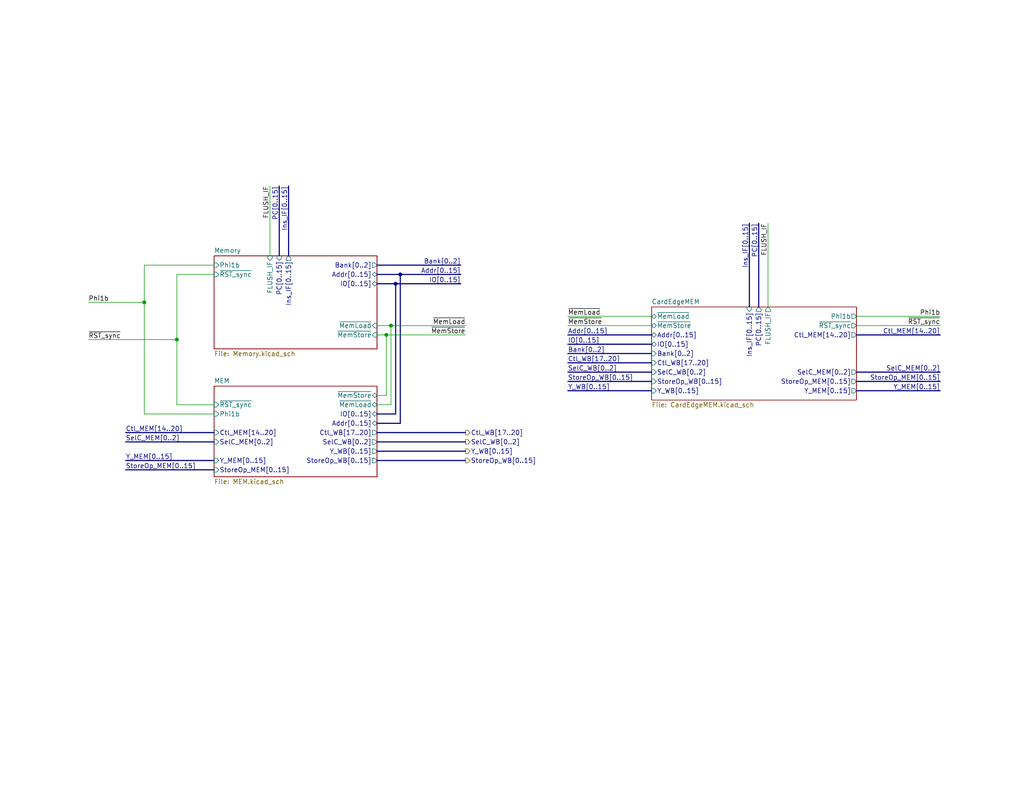
<source format=kicad_sch>
(kicad_sch
	(version 20250114)
	(generator "eeschema")
	(generator_version "9.0")
	(uuid "0734fc7f-a6cc-4e6e-9f39-47607536bc96")
	(paper "USLetter")
	(title_block
		(date "2025-07-01")
		(rev "A")
	)
	(lib_symbols)
	(junction
		(at 48.26 92.71)
		(diameter 0)
		(color 0 0 0 0)
		(uuid "3f7eb414-d903-4bd3-be05-ed63fe51117d")
	)
	(junction
		(at 106.68 88.9)
		(diameter 0)
		(color 0 0 0 0)
		(uuid "44de6bfa-926e-4233-a118-da28a4ad4e76")
	)
	(junction
		(at 105.41 91.44)
		(diameter 0)
		(color 0 0 0 0)
		(uuid "5b9134b8-1fa5-49d5-84d3-8b258ad2cb2a")
	)
	(junction
		(at 109.22 74.93)
		(diameter 0)
		(color 0 0 0 0)
		(uuid "b839da36-dbb6-42ad-b2b3-7d5d04878a0c")
	)
	(junction
		(at 107.95 77.47)
		(diameter 0)
		(color 0 0 0 0)
		(uuid "e344f187-3615-4e5f-8900-81f5c1373a6a")
	)
	(junction
		(at 39.37 82.55)
		(diameter 0)
		(color 0 0 0 0)
		(uuid "ec9d34f4-17ed-4b10-936b-d7edde256ee5")
	)
	(bus
		(pts
			(xy 78.74 50.8) (xy 78.74 69.85)
		)
		(stroke
			(width 0)
			(type default)
		)
		(uuid "054cd838-8e2b-477b-8cc2-e4fd9ac74b45")
	)
	(bus
		(pts
			(xy 177.8 99.06) (xy 154.94 99.06)
		)
		(stroke
			(width 0)
			(type default)
		)
		(uuid "0b844819-ff67-43fa-9708-81dddb862402")
	)
	(wire
		(pts
			(xy 177.8 86.36) (xy 154.94 86.36)
		)
		(stroke
			(width 0)
			(type default)
		)
		(uuid "0d95965d-2fed-4bd9-884c-d1852159aa1d")
	)
	(wire
		(pts
			(xy 105.41 91.44) (xy 127 91.44)
		)
		(stroke
			(width 0)
			(type default)
		)
		(uuid "19eefb0e-ae2e-43c5-9f35-b81c25921e7b")
	)
	(bus
		(pts
			(xy 256.54 104.14) (xy 233.68 104.14)
		)
		(stroke
			(width 0)
			(type default)
		)
		(uuid "1e220a7f-c25b-443f-bf37-e7fd636ee74e")
	)
	(wire
		(pts
			(xy 39.37 72.39) (xy 58.42 72.39)
		)
		(stroke
			(width 0)
			(type default)
		)
		(uuid "2294d38f-8569-47dc-b1d0-542edef86c4b")
	)
	(wire
		(pts
			(xy 73.66 50.8) (xy 73.66 69.85)
		)
		(stroke
			(width 0)
			(type default)
		)
		(uuid "24353d67-7ab7-4561-a9de-d3eb31e9668b")
	)
	(wire
		(pts
			(xy 39.37 72.39) (xy 39.37 82.55)
		)
		(stroke
			(width 0)
			(type default)
		)
		(uuid "24c654ef-d2c6-454a-8184-ee40b0418862")
	)
	(wire
		(pts
			(xy 39.37 82.55) (xy 39.37 113.03)
		)
		(stroke
			(width 0)
			(type default)
		)
		(uuid "2675452a-a180-418a-9132-a85dbde0714b")
	)
	(bus
		(pts
			(xy 107.95 77.47) (xy 107.95 113.03)
		)
		(stroke
			(width 0)
			(type default)
		)
		(uuid "2a351bc3-bd96-431e-80b0-3499d3cb74ae")
	)
	(bus
		(pts
			(xy 177.8 101.6) (xy 154.94 101.6)
		)
		(stroke
			(width 0)
			(type default)
		)
		(uuid "2d418040-40a0-4dbe-87a7-a765f9e89c77")
	)
	(bus
		(pts
			(xy 102.87 74.93) (xy 109.22 74.93)
		)
		(stroke
			(width 0)
			(type default)
		)
		(uuid "2d62ef51-f715-4f09-9fe8-692848f2c08a")
	)
	(bus
		(pts
			(xy 256.54 91.44) (xy 233.68 91.44)
		)
		(stroke
			(width 0)
			(type default)
		)
		(uuid "3029857d-c7f9-4d6c-b95d-4ae6fb772c73")
	)
	(wire
		(pts
			(xy 177.8 88.9) (xy 154.94 88.9)
		)
		(stroke
			(width 0)
			(type default)
		)
		(uuid "31dc4f65-e876-42d0-a0fc-00a44a597528")
	)
	(wire
		(pts
			(xy 256.54 88.9) (xy 233.68 88.9)
		)
		(stroke
			(width 0)
			(type default)
		)
		(uuid "38fba7ab-4267-49cd-91cf-ac4bd49d355f")
	)
	(bus
		(pts
			(xy 177.8 96.52) (xy 154.94 96.52)
		)
		(stroke
			(width 0)
			(type default)
		)
		(uuid "39b9a3af-ef43-4248-b152-a6a5a349348f")
	)
	(bus
		(pts
			(xy 177.8 104.14) (xy 154.94 104.14)
		)
		(stroke
			(width 0)
			(type default)
		)
		(uuid "3b231032-6063-450c-926b-b6431e266699")
	)
	(bus
		(pts
			(xy 34.29 120.65) (xy 58.42 120.65)
		)
		(stroke
			(width 0)
			(type default)
		)
		(uuid "3ec7c199-5078-45d5-ad8a-1992fe478d11")
	)
	(wire
		(pts
			(xy 106.68 88.9) (xy 127 88.9)
		)
		(stroke
			(width 0)
			(type default)
		)
		(uuid "4fa6e3dc-40c9-411b-bac4-25d4bf0eebde")
	)
	(bus
		(pts
			(xy 177.8 93.98) (xy 154.94 93.98)
		)
		(stroke
			(width 0)
			(type default)
		)
		(uuid "58cee836-919d-4c16-9b62-57b9d51374d6")
	)
	(bus
		(pts
			(xy 102.87 123.19) (xy 127 123.19)
		)
		(stroke
			(width 0)
			(type default)
		)
		(uuid "5bd29fdb-1c5d-494a-81ba-036e973f47ea")
	)
	(bus
		(pts
			(xy 34.29 128.27) (xy 58.42 128.27)
		)
		(stroke
			(width 0)
			(type default)
		)
		(uuid "5c60a70f-e77d-494e-87a0-3a38215e32e4")
	)
	(bus
		(pts
			(xy 102.87 118.11) (xy 127 118.11)
		)
		(stroke
			(width 0)
			(type default)
		)
		(uuid "5c8f1947-ab28-4d45-b956-f15ac3958872")
	)
	(wire
		(pts
			(xy 256.54 86.36) (xy 233.68 86.36)
		)
		(stroke
			(width 0)
			(type default)
		)
		(uuid "646dbd51-c86a-4947-a67c-75e68e2e4934")
	)
	(wire
		(pts
			(xy 48.26 110.49) (xy 58.42 110.49)
		)
		(stroke
			(width 0)
			(type default)
		)
		(uuid "64f0c197-b7b0-4a84-8ef2-e5158345bcde")
	)
	(bus
		(pts
			(xy 76.2 50.8) (xy 76.2 69.85)
		)
		(stroke
			(width 0)
			(type default)
		)
		(uuid "7b67a520-0180-4875-8268-1d33651dfce9")
	)
	(wire
		(pts
			(xy 102.87 107.95) (xy 105.41 107.95)
		)
		(stroke
			(width 0)
			(type default)
		)
		(uuid "7ec1044a-67ec-44c9-bc9d-26b6c96a03a0")
	)
	(bus
		(pts
			(xy 102.87 115.57) (xy 109.22 115.57)
		)
		(stroke
			(width 0)
			(type default)
		)
		(uuid "8307039c-73aa-46ad-8bb7-b506e20e30a8")
	)
	(bus
		(pts
			(xy 34.29 118.11) (xy 58.42 118.11)
		)
		(stroke
			(width 0)
			(type default)
		)
		(uuid "91d14019-9f64-4bed-8b8a-83d400dac1c6")
	)
	(bus
		(pts
			(xy 177.8 106.68) (xy 154.94 106.68)
		)
		(stroke
			(width 0)
			(type default)
		)
		(uuid "a06ad2e5-7dcd-4ef0-bfcf-ed8309544364")
	)
	(bus
		(pts
			(xy 177.8 91.44) (xy 154.94 91.44)
		)
		(stroke
			(width 0)
			(type default)
		)
		(uuid "a0ab355a-dee1-4818-adf8-b3947ac524b7")
	)
	(wire
		(pts
			(xy 24.13 82.55) (xy 39.37 82.55)
		)
		(stroke
			(width 0)
			(type default)
		)
		(uuid "a833ccc4-ea16-46f4-a51a-a147a1fd3d01")
	)
	(bus
		(pts
			(xy 207.01 83.82) (xy 207.01 60.96)
		)
		(stroke
			(width 0)
			(type default)
		)
		(uuid "aac4bc66-e292-48ea-bcb8-41c86057dff6")
	)
	(wire
		(pts
			(xy 48.26 74.93) (xy 48.26 92.71)
		)
		(stroke
			(width 0)
			(type default)
		)
		(uuid "ac38f13b-e231-4008-b5ef-a59e5874d881")
	)
	(bus
		(pts
			(xy 256.54 106.68) (xy 233.68 106.68)
		)
		(stroke
			(width 0)
			(type default)
		)
		(uuid "afd8c6c3-c07d-4734-9004-8ece260a217d")
	)
	(bus
		(pts
			(xy 109.22 74.93) (xy 109.22 115.57)
		)
		(stroke
			(width 0)
			(type default)
		)
		(uuid "b31d4555-1237-4898-8e2d-e5bff52668db")
	)
	(wire
		(pts
			(xy 102.87 91.44) (xy 105.41 91.44)
		)
		(stroke
			(width 0)
			(type default)
		)
		(uuid "b41b783e-d1fc-4cc3-aa08-30e12866cf05")
	)
	(wire
		(pts
			(xy 102.87 110.49) (xy 106.68 110.49)
		)
		(stroke
			(width 0)
			(type default)
		)
		(uuid "bfaa08eb-e7b4-4c2b-a3f0-3ba8d203f86d")
	)
	(bus
		(pts
			(xy 204.47 83.82) (xy 204.47 60.96)
		)
		(stroke
			(width 0)
			(type default)
		)
		(uuid "c1118790-c876-4354-b264-0e8185bbeed7")
	)
	(bus
		(pts
			(xy 102.87 72.39) (xy 125.73 72.39)
		)
		(stroke
			(width 0)
			(type default)
		)
		(uuid "c1ca7643-ffc0-493b-887f-13465ed7ffc8")
	)
	(bus
		(pts
			(xy 107.95 77.47) (xy 125.73 77.47)
		)
		(stroke
			(width 0)
			(type default)
		)
		(uuid "c603b069-a373-423e-9dc0-33382be9d3b7")
	)
	(bus
		(pts
			(xy 256.54 101.6) (xy 233.68 101.6)
		)
		(stroke
			(width 0)
			(type default)
		)
		(uuid "c86dc85d-7506-408a-8a20-b140bfe264c7")
	)
	(bus
		(pts
			(xy 34.29 125.73) (xy 58.42 125.73)
		)
		(stroke
			(width 0)
			(type default)
		)
		(uuid "c94b2a10-cfe1-42d5-86d2-64425b62d085")
	)
	(bus
		(pts
			(xy 102.87 120.65) (xy 127 120.65)
		)
		(stroke
			(width 0)
			(type default)
		)
		(uuid "c95e7655-23a6-408d-af56-bf292f3a852c")
	)
	(wire
		(pts
			(xy 48.26 74.93) (xy 58.42 74.93)
		)
		(stroke
			(width 0)
			(type default)
		)
		(uuid "ceb84dd7-3113-4e06-b924-58ec8b398bb5")
	)
	(bus
		(pts
			(xy 102.87 77.47) (xy 107.95 77.47)
		)
		(stroke
			(width 0)
			(type default)
		)
		(uuid "d49a1dd8-dcf8-48e6-9c11-db9fd21c86c0")
	)
	(wire
		(pts
			(xy 105.41 91.44) (xy 105.41 107.95)
		)
		(stroke
			(width 0)
			(type default)
		)
		(uuid "db2f344a-bb0b-42cd-bb54-6805001ea296")
	)
	(wire
		(pts
			(xy 209.55 60.96) (xy 209.55 83.82)
		)
		(stroke
			(width 0)
			(type default)
		)
		(uuid "eaaf2262-6e42-4163-971f-9dc53bca5e83")
	)
	(wire
		(pts
			(xy 48.26 92.71) (xy 48.26 110.49)
		)
		(stroke
			(width 0)
			(type default)
		)
		(uuid "f04df3d3-978a-401c-8078-14a817d42052")
	)
	(wire
		(pts
			(xy 24.13 92.71) (xy 48.26 92.71)
		)
		(stroke
			(width 0)
			(type default)
		)
		(uuid "f1f53045-0470-4343-bb34-d9dae161c5d4")
	)
	(bus
		(pts
			(xy 102.87 113.03) (xy 107.95 113.03)
		)
		(stroke
			(width 0)
			(type default)
		)
		(uuid "f41bd780-5324-4242-bc17-2bad4fbcf8dd")
	)
	(bus
		(pts
			(xy 109.22 74.93) (xy 125.73 74.93)
		)
		(stroke
			(width 0)
			(type default)
		)
		(uuid "f59addf7-f572-425b-aa58-ed875de600d0")
	)
	(wire
		(pts
			(xy 106.68 88.9) (xy 106.68 110.49)
		)
		(stroke
			(width 0)
			(type default)
		)
		(uuid "fb6854d8-e77e-47f5-b217-f7a5b8cbe9c0")
	)
	(wire
		(pts
			(xy 39.37 113.03) (xy 58.42 113.03)
		)
		(stroke
			(width 0)
			(type default)
		)
		(uuid "fcb92abf-96cb-4b41-8daf-a857589e2a78")
	)
	(wire
		(pts
			(xy 102.87 88.9) (xy 106.68 88.9)
		)
		(stroke
			(width 0)
			(type default)
		)
		(uuid "fd7d7122-5d96-4f46-8820-d6a6faafc9a5")
	)
	(bus
		(pts
			(xy 102.87 125.73) (xy 127 125.73)
		)
		(stroke
			(width 0)
			(type default)
		)
		(uuid "ff243ade-c148-4e5b-b203-dabf04147b21")
	)
	(label "Ctl_MEM[14..20]"
		(at 256.54 91.44 180)
		(effects
			(font
				(size 1.27 1.27)
			)
			(justify right bottom)
		)
		(uuid "0bb46384-87a3-47e6-b423-a1481d9d8fda")
	)
	(label "FLUSH_IF"
		(at 73.66 50.8 270)
		(effects
			(font
				(size 1.27 1.27)
			)
			(justify right bottom)
		)
		(uuid "0cd737e6-4c5c-4917-ad75-f5f1e4006904")
	)
	(label "SelC_MEM[0..2]"
		(at 34.29 120.65 0)
		(effects
			(font
				(size 1.27 1.27)
			)
			(justify left bottom)
		)
		(uuid "1700fd30-3e95-4872-8aa4-deebef4579a5")
	)
	(label "~{MemLoad}"
		(at 154.94 86.36 0)
		(effects
			(font
				(size 1.27 1.27)
			)
			(justify left bottom)
		)
		(uuid "19f012bf-f1b3-4536-b274-0c41c41ce7e6")
	)
	(label "IO[0..15]"
		(at 125.73 77.47 180)
		(effects
			(font
				(size 1.27 1.27)
			)
			(justify right bottom)
		)
		(uuid "25f72159-68dd-4835-810b-16491f48af86")
	)
	(label "Y_MEM[0..15]"
		(at 34.29 125.73 0)
		(effects
			(font
				(size 1.27 1.27)
			)
			(justify left bottom)
		)
		(uuid "2b6c83ec-67b7-4cf8-9e76-94b8ee8e75b0")
	)
	(label "Y_MEM[0..15]"
		(at 256.54 106.68 180)
		(effects
			(font
				(size 1.27 1.27)
			)
			(justify right bottom)
		)
		(uuid "2c2cd5b2-13fa-4edd-a729-5a8bf9a80953")
	)
	(label "Y_WB[0..15]"
		(at 154.94 106.68 0)
		(effects
			(font
				(size 1.27 1.27)
			)
			(justify left bottom)
		)
		(uuid "40469fc2-cac1-4c45-b764-b82906a43cc8")
	)
	(label "Ctl_MEM[14..20]"
		(at 34.29 118.11 0)
		(effects
			(font
				(size 1.27 1.27)
			)
			(justify left bottom)
		)
		(uuid "43ef84bf-d119-4037-9bdb-f4f3fbb8c7f8")
	)
	(label "~{RST_sync}"
		(at 256.54 88.9 180)
		(effects
			(font
				(size 1.27 1.27)
			)
			(justify right bottom)
		)
		(uuid "442a4331-a8a8-47c4-a29d-cdf87d2ba873")
	)
	(label "PC[0..15]"
		(at 76.2 50.8 270)
		(effects
			(font
				(size 1.27 1.27)
			)
			(justify right bottom)
		)
		(uuid "4c0c82d8-8ec1-4c62-ab2e-00f8c0192e82")
	)
	(label "Phi1b"
		(at 256.54 86.36 180)
		(effects
			(font
				(size 1.27 1.27)
			)
			(justify right bottom)
		)
		(uuid "581d621b-6098-4067-a5f3-c883b08836e8")
	)
	(label "StoreOp_MEM[0..15]"
		(at 256.54 104.14 180)
		(effects
			(font
				(size 1.27 1.27)
			)
			(justify right bottom)
		)
		(uuid "62ada758-54c6-4906-82de-edba615f3321")
	)
	(label "SelC_MEM[0..2]"
		(at 256.54 101.6 180)
		(effects
			(font
				(size 1.27 1.27)
			)
			(justify right bottom)
		)
		(uuid "6435c91b-3fa0-4aef-af11-c884bec11ab7")
	)
	(label "~{MemStore}"
		(at 154.94 88.9 0)
		(effects
			(font
				(size 1.27 1.27)
			)
			(justify left bottom)
		)
		(uuid "67356ae9-4e88-408f-ab26-2315d73e51bc")
	)
	(label "Ctl_WB[17..20]"
		(at 154.94 99.06 0)
		(effects
			(font
				(size 1.27 1.27)
			)
			(justify left bottom)
		)
		(uuid "69793b82-9134-4b2b-802a-9030a9538d70")
	)
	(label "IO[0..15]"
		(at 154.94 93.98 0)
		(effects
			(font
				(size 1.27 1.27)
			)
			(justify left bottom)
		)
		(uuid "697a731d-8abf-4b12-bff8-991078fc3289")
	)
	(label "Phi1b"
		(at 24.13 82.55 0)
		(effects
			(font
				(size 1.27 1.27)
			)
			(justify left bottom)
		)
		(uuid "6c5bc657-9d8b-4c58-abb9-39498df34e74")
	)
	(label "StoreOp_WB[0..15]"
		(at 154.94 104.14 0)
		(effects
			(font
				(size 1.27 1.27)
			)
			(justify left bottom)
		)
		(uuid "7437066d-981a-4a78-822b-2e2cb07b2d68")
	)
	(label "Bank[0..2]"
		(at 125.73 72.39 180)
		(effects
			(font
				(size 1.27 1.27)
			)
			(justify right bottom)
		)
		(uuid "7864783f-4ffd-41c0-8eff-85d44f1e81dc")
	)
	(label "Addr[0..15]"
		(at 154.94 91.44 0)
		(effects
			(font
				(size 1.27 1.27)
			)
			(justify left bottom)
		)
		(uuid "7ef44ed8-9904-497f-8fc7-a2b4f904b418")
	)
	(label "Ins_IF[0..15]"
		(at 204.47 60.96 270)
		(effects
			(font
				(size 1.27 1.27)
			)
			(justify right bottom)
		)
		(uuid "89548b8e-4ba5-4e7a-b668-5aad240285c4")
	)
	(label "FLUSH_IF"
		(at 209.55 60.96 270)
		(effects
			(font
				(size 1.27 1.27)
			)
			(justify right bottom)
		)
		(uuid "8a300bb5-c16a-47e0-a85a-f16506516552")
	)
	(label "Bank[0..2]"
		(at 154.94 96.52 0)
		(effects
			(font
				(size 1.27 1.27)
			)
			(justify left bottom)
		)
		(uuid "8a71dbcc-3fe1-4a14-b54e-43946b817527")
	)
	(label "Ins_IF[0..15]"
		(at 78.74 50.8 270)
		(effects
			(font
				(size 1.27 1.27)
			)
			(justify right bottom)
		)
		(uuid "a481868e-aef1-4a87-9c49-9b755357379e")
	)
	(label "SelC_WB[0..2]"
		(at 154.94 101.6 0)
		(effects
			(font
				(size 1.27 1.27)
			)
			(justify left bottom)
		)
		(uuid "b22a9681-57d8-465b-856e-58b4be76fd9e")
	)
	(label "PC[0..15]"
		(at 207.01 60.96 270)
		(effects
			(font
				(size 1.27 1.27)
			)
			(justify right bottom)
		)
		(uuid "b518684d-be9b-4d82-b2c9-9ecd28bc92b3")
	)
	(label "~{MemLoad}"
		(at 127 88.9 180)
		(effects
			(font
				(size 1.27 1.27)
			)
			(justify right bottom)
		)
		(uuid "b7118e39-f1f4-47dd-b4a5-591f305872fc")
	)
	(label "Addr[0..15]"
		(at 125.73 74.93 180)
		(effects
			(font
				(size 1.27 1.27)
			)
			(justify right bottom)
		)
		(uuid "c0c87f7b-69f3-4a21-bf06-1f6bfa746c9f")
	)
	(label "StoreOp_MEM[0..15]"
		(at 34.29 128.27 0)
		(effects
			(font
				(size 1.27 1.27)
			)
			(justify left bottom)
		)
		(uuid "d3d66b7f-461f-4d96-8cfc-8923ab6cce9c")
	)
	(label "~{MemStore}"
		(at 127 91.44 180)
		(effects
			(font
				(size 1.27 1.27)
			)
			(justify right bottom)
		)
		(uuid "de194f08-d55c-4d5c-9de2-32173673c98a")
	)
	(label "~{RST_sync}"
		(at 24.13 92.71 0)
		(effects
			(font
				(size 1.27 1.27)
			)
			(justify left bottom)
		)
		(uuid "e955e9c1-2797-4263-bf39-adc1471047b1")
	)
	(hierarchical_label "StoreOp_WB[0..15]"
		(shape output)
		(at 127 125.73 0)
		(effects
			(font
				(size 1.27 1.27)
			)
			(justify left)
		)
		(uuid "5216d1f5-b399-4bf4-9c83-719c163669e9")
	)
	(hierarchical_label "SelC_WB[0..2]"
		(shape output)
		(at 127 120.65 0)
		(effects
			(font
				(size 1.27 1.27)
			)
			(justify left)
		)
		(uuid "7b303b9e-f043-4a14-8c2e-bad50b9ca764")
	)
	(hierarchical_label "Ctl_WB[17..20]"
		(shape output)
		(at 127 118.11 0)
		(effects
			(font
				(size 1.27 1.27)
			)
			(justify left)
		)
		(uuid "8f8780c0-c2a1-4860-8957-189d63bd9b6a")
	)
	(hierarchical_label "Y_WB[0..15]"
		(shape output)
		(at 127 123.19 0)
		(effects
			(font
				(size 1.27 1.27)
			)
			(justify left)
		)
		(uuid "e6bab09d-786e-4eb6-af99-8378bbe3da92")
	)
	(sheet
		(at 177.8 83.82)
		(size 55.88 25.4)
		(exclude_from_sim no)
		(in_bom yes)
		(on_board yes)
		(dnp no)
		(fields_autoplaced yes)
		(stroke
			(width 0.1524)
			(type solid)
		)
		(fill
			(color 0 0 0 0.0000)
		)
		(uuid "06b5b35b-2268-417a-b89f-d8ca03f45691")
		(property "Sheetname" "CardEdgeMEM"
			(at 177.8 83.1084 0)
			(effects
				(font
					(size 1.27 1.27)
				)
				(justify left bottom)
			)
		)
		(property "Sheetfile" "CardEdgeMEM.kicad_sch"
			(at 177.8 109.8046 0)
			(effects
				(font
					(size 1.27 1.27)
				)
				(justify left top)
			)
		)
		(pin "Addr[0..15]" tri_state
			(at 177.8 91.44 180)
			(uuid "3fd7f8b1-3939-40db-9e86-eede08b49026")
			(effects
				(font
					(size 1.27 1.27)
				)
				(justify left)
			)
		)
		(pin "Bank[0..2]" input
			(at 177.8 96.52 180)
			(uuid "2462567d-d0b0-460f-a663-e36c8001cb96")
			(effects
				(font
					(size 1.27 1.27)
				)
				(justify left)
			)
		)
		(pin "Ctl_MEM[14..20]" output
			(at 233.68 91.44 0)
			(uuid "9728d21a-d348-46ec-9eab-c55be1019074")
			(effects
				(font
					(size 1.27 1.27)
				)
				(justify right)
			)
		)
		(pin "Ctl_WB[17..20]" input
			(at 177.8 99.06 180)
			(uuid "4e0ffac5-6468-4258-a585-902c9d074ff8")
			(effects
				(font
					(size 1.27 1.27)
				)
				(justify left)
			)
		)
		(pin "FLUSH_IF" output
			(at 209.55 83.82 90)
			(uuid "d3d24506-1322-46e5-93f9-850d68d51c00")
			(effects
				(font
					(size 1.27 1.27)
				)
				(justify right)
			)
		)
		(pin "Ins_IF[0..15]" input
			(at 204.47 83.82 90)
			(uuid "0345948a-ea9e-46cb-895d-c440dd4925ae")
			(effects
				(font
					(size 1.27 1.27)
				)
				(justify right)
			)
		)
		(pin "IO[0..15]" tri_state
			(at 177.8 93.98 180)
			(uuid "5a609028-eafd-4fe4-8a72-89a75af91084")
			(effects
				(font
					(size 1.27 1.27)
				)
				(justify left)
			)
		)
		(pin "PC[0..15]" output
			(at 207.01 83.82 90)
			(uuid "552f662d-2358-469e-b868-d564d8ff789a")
			(effects
				(font
					(size 1.27 1.27)
				)
				(justify right)
			)
		)
		(pin "Phi1b" output
			(at 233.68 86.36 0)
			(uuid "350f1395-803a-4b1d-ae23-a2b3c3cf056a")
			(effects
				(font
					(size 1.27 1.27)
				)
				(justify right)
			)
		)
		(pin "SelC_MEM[0..2]" output
			(at 233.68 101.6 0)
			(uuid "d5e35511-aae1-4d7e-8afd-941b4c131c4d")
			(effects
				(font
					(size 1.27 1.27)
				)
				(justify right)
			)
		)
		(pin "SelC_WB[0..2]" input
			(at 177.8 101.6 180)
			(uuid "ff43b4ae-b5c3-4f3f-ada6-c8eeba3509ca")
			(effects
				(font
					(size 1.27 1.27)
				)
				(justify left)
			)
		)
		(pin "StoreOp_MEM[0..15]" output
			(at 233.68 104.14 0)
			(uuid "7bb56c59-8855-4538-9097-e67752593412")
			(effects
				(font
					(size 1.27 1.27)
				)
				(justify right)
			)
		)
		(pin "StoreOp_WB[0..15]" input
			(at 177.8 104.14 180)
			(uuid "e085e86e-31be-45da-852c-f6ed376f5b61")
			(effects
				(font
					(size 1.27 1.27)
				)
				(justify left)
			)
		)
		(pin "Y_MEM[0..15]" output
			(at 233.68 106.68 0)
			(uuid "e9b8d255-04e1-45ea-a7c3-3e77bd9b5595")
			(effects
				(font
					(size 1.27 1.27)
				)
				(justify right)
			)
		)
		(pin "Y_WB[0..15]" input
			(at 177.8 106.68 180)
			(uuid "02136bc2-7cfb-4635-bec2-b93a59560cfb")
			(effects
				(font
					(size 1.27 1.27)
				)
				(justify left)
			)
		)
		(pin "~{MemLoad}" tri_state
			(at 177.8 86.36 180)
			(uuid "7ca6c019-1209-4c29-85ef-38ed481ea2ef")
			(effects
				(font
					(size 1.27 1.27)
				)
				(justify left)
			)
		)
		(pin "~{MemStore}" tri_state
			(at 177.8 88.9 180)
			(uuid "f1ed85a0-d136-4c88-a7eb-aab62b49228e")
			(effects
				(font
					(size 1.27 1.27)
				)
				(justify left)
			)
		)
		(pin "~{RST_sync}" output
			(at 233.68 88.9 0)
			(uuid "af18782d-b45b-4f64-8c3f-b20179b10a69")
			(effects
				(font
					(size 1.27 1.27)
				)
				(justify right)
			)
		)
		(instances
			(project "MEMModule"
				(path "/0734fc7f-a6cc-4e6e-9f39-47607536bc96"
					(page "12")
				)
			)
		)
	)
	(sheet
		(at 58.42 69.85)
		(size 44.45 25.4)
		(exclude_from_sim no)
		(in_bom yes)
		(on_board yes)
		(dnp no)
		(fields_autoplaced yes)
		(stroke
			(width 0.1524)
			(type solid)
		)
		(fill
			(color 0 0 0 0.0000)
		)
		(uuid "abd747a2-d45e-4808-b0cb-3286e9a29151")
		(property "Sheetname" "Memory"
			(at 58.42 69.1384 0)
			(effects
				(font
					(size 1.27 1.27)
				)
				(justify left bottom)
			)
		)
		(property "Sheetfile" "Memory.kicad_sch"
			(at 58.42 95.8346 0)
			(effects
				(font
					(size 1.27 1.27)
				)
				(justify left top)
			)
		)
		(pin "IO[0..15]" tri_state
			(at 102.87 77.47 0)
			(uuid "2371e4cd-e406-42b7-8683-4ba9ccde79fc")
			(effects
				(font
					(size 1.27 1.27)
				)
				(justify right)
			)
		)
		(pin "PC[0..15]" input
			(at 76.2 69.85 90)
			(uuid "bb9b81b6-a226-4f74-a680-e16d893f729f")
			(effects
				(font
					(size 1.27 1.27)
				)
				(justify right)
			)
		)
		(pin "Addr[0..15]" tri_state
			(at 102.87 74.93 0)
			(uuid "29c6633e-0132-4e56-ab39-788cfdb83a32")
			(effects
				(font
					(size 1.27 1.27)
				)
				(justify right)
			)
		)
		(pin "Ins_IF[0..15]" output
			(at 78.74 69.85 90)
			(uuid "0c407dc8-a8fd-4c84-af6f-ea2f30f810fc")
			(effects
				(font
					(size 1.27 1.27)
				)
				(justify right)
			)
		)
		(pin "~{MemLoad}" input
			(at 102.87 88.9 0)
			(uuid "68fdb94b-9b40-40a9-9368-a6db5f929004")
			(effects
				(font
					(size 1.27 1.27)
				)
				(justify right)
			)
		)
		(pin "~{MemStore}" input
			(at 102.87 91.44 0)
			(uuid "15b276e3-1c37-44d2-bc75-cd76aee474f3")
			(effects
				(font
					(size 1.27 1.27)
				)
				(justify right)
			)
		)
		(pin "Bank[0..2]" output
			(at 102.87 72.39 0)
			(uuid "cbc9f694-4b65-456d-ac83-015d447201fd")
			(effects
				(font
					(size 1.27 1.27)
				)
				(justify right)
			)
		)
		(pin "Phi1b" input
			(at 58.42 72.39 180)
			(uuid "6dbd2985-8e15-4434-bf16-3d82e00367d8")
			(effects
				(font
					(size 1.27 1.27)
				)
				(justify left)
			)
		)
		(pin "~{RST_sync}" input
			(at 58.42 74.93 180)
			(uuid "02143ec0-1ac9-431a-ad67-bb26d513cd73")
			(effects
				(font
					(size 1.27 1.27)
				)
				(justify left)
			)
		)
		(pin "FLUSH_IF" input
			(at 73.66 69.85 90)
			(uuid "97852a36-ce5f-468a-8c61-d757c6aabd0e")
			(effects
				(font
					(size 1.27 1.27)
				)
				(justify right)
			)
		)
		(instances
			(project "MainBoard"
				(path "/83c5181e-f5ee-453c-ae5c-d7256ba8837d/278b84b0-d28f-4248-8f63-f89f14b1dc97"
					(page "15")
				)
			)
			(project "MEMModule"
				(path "/0734fc7f-a6cc-4e6e-9f39-47607536bc96"
					(page "2")
				)
			)
		)
	)
	(sheet
		(at 58.42 105.41)
		(size 44.45 24.765)
		(exclude_from_sim no)
		(in_bom yes)
		(on_board yes)
		(dnp no)
		(fields_autoplaced yes)
		(stroke
			(width 0)
			(type solid)
		)
		(fill
			(color 0 0 0 0.0000)
		)
		(uuid "f77653f6-20ed-4160-b6ab-9e3d62667a68")
		(property "Sheetname" "MEM"
			(at 58.42 104.6984 0)
			(effects
				(font
					(size 1.27 1.27)
				)
				(justify left bottom)
			)
		)
		(property "Sheetfile" "MEM.kicad_sch"
			(at 58.42 130.7596 0)
			(effects
				(font
					(size 1.27 1.27)
				)
				(justify left top)
			)
		)
		(pin "StoreOp_MEM[0..15]" input
			(at 58.42 128.27 180)
			(uuid "2017fe4d-0e35-4ba7-b4da-ff958f6bad63")
			(effects
				(font
					(size 1.27 1.27)
				)
				(justify left)
			)
		)
		(pin "StoreOp_WB[0..15]" output
			(at 102.87 125.73 0)
			(uuid "d1f1362d-d7f8-4634-b15d-caa9c4e2be2d")
			(effects
				(font
					(size 1.27 1.27)
				)
				(justify right)
			)
		)
		(pin "Y_MEM[0..15]" input
			(at 58.42 125.73 180)
			(uuid "7dbb6003-397d-486d-ab79-e3794b4992c2")
			(effects
				(font
					(size 1.27 1.27)
				)
				(justify left)
			)
		)
		(pin "Ctl_MEM[14..20]" input
			(at 58.42 118.11 180)
			(uuid "6aec4829-18ce-4b7a-aa63-7417bcac690f")
			(effects
				(font
					(size 1.27 1.27)
				)
				(justify left)
			)
		)
		(pin "~{MemStore}" tri_state
			(at 102.87 107.95 0)
			(uuid "be3343a2-17e2-4eb8-8bf4-aac95bca042d")
			(effects
				(font
					(size 1.27 1.27)
				)
				(justify right)
			)
		)
		(pin "~{MemLoad}" tri_state
			(at 102.87 110.49 0)
			(uuid "6245f2d5-d13d-4cb0-b7c1-b2528e548107")
			(effects
				(font
					(size 1.27 1.27)
				)
				(justify right)
			)
		)
		(pin "IO[0..15]" tri_state
			(at 102.87 113.03 0)
			(uuid "ee651b05-7ddd-4833-96b1-b2338ee7451c")
			(effects
				(font
					(size 1.27 1.27)
				)
				(justify right)
			)
		)
		(pin "Addr[0..15]" tri_state
			(at 102.87 115.57 0)
			(uuid "d09c5fb2-cd26-4877-9f41-e67512d22c1f")
			(effects
				(font
					(size 1.27 1.27)
				)
				(justify right)
			)
		)
		(pin "SelC_WB[0..2]" output
			(at 102.87 120.65 0)
			(uuid "6ee8264f-89f7-43a8-a514-bd03688c4caa")
			(effects
				(font
					(size 1.27 1.27)
				)
				(justify right)
			)
		)
		(pin "SelC_MEM[0..2]" input
			(at 58.42 120.65 180)
			(uuid "4651d327-e54a-4f5e-9737-e039cfde0270")
			(effects
				(font
					(size 1.27 1.27)
				)
				(justify left)
			)
		)
		(pin "Ctl_WB[17..20]" output
			(at 102.87 118.11 0)
			(uuid "e8d2579d-c9e3-4f94-9eae-a9ddfc915fd5")
			(effects
				(font
					(size 1.27 1.27)
				)
				(justify right)
			)
		)
		(pin "Y_WB[0..15]" output
			(at 102.87 123.19 0)
			(uuid "801e6c14-99c8-49ef-9838-c8b80431662d")
			(effects
				(font
					(size 1.27 1.27)
				)
				(justify right)
			)
		)
		(pin "~{RST_sync}" input
			(at 58.42 110.49 180)
			(uuid "b02be13f-fa2b-4499-a2eb-a212ab1ffb93")
			(effects
				(font
					(size 1.27 1.27)
				)
				(justify left)
			)
		)
		(pin "Phi1b" input
			(at 58.42 113.03 180)
			(uuid "781b23da-5b92-4a83-8a02-15cd0244000d")
			(effects
				(font
					(size 1.27 1.27)
				)
				(justify left)
			)
		)
		(instances
			(project "MainBoard"
				(path "/83c5181e-f5ee-453c-ae5c-d7256ba8837d/278b84b0-d28f-4248-8f63-f89f14b1dc97"
					(page "2")
				)
			)
			(project "MEMModule"
				(path "/0734fc7f-a6cc-4e6e-9f39-47607536bc96"
					(page "5")
				)
			)
		)
	)
	(sheet_instances
		(path "/"
			(page "1")
		)
	)
	(embedded_fonts no)
)

</source>
